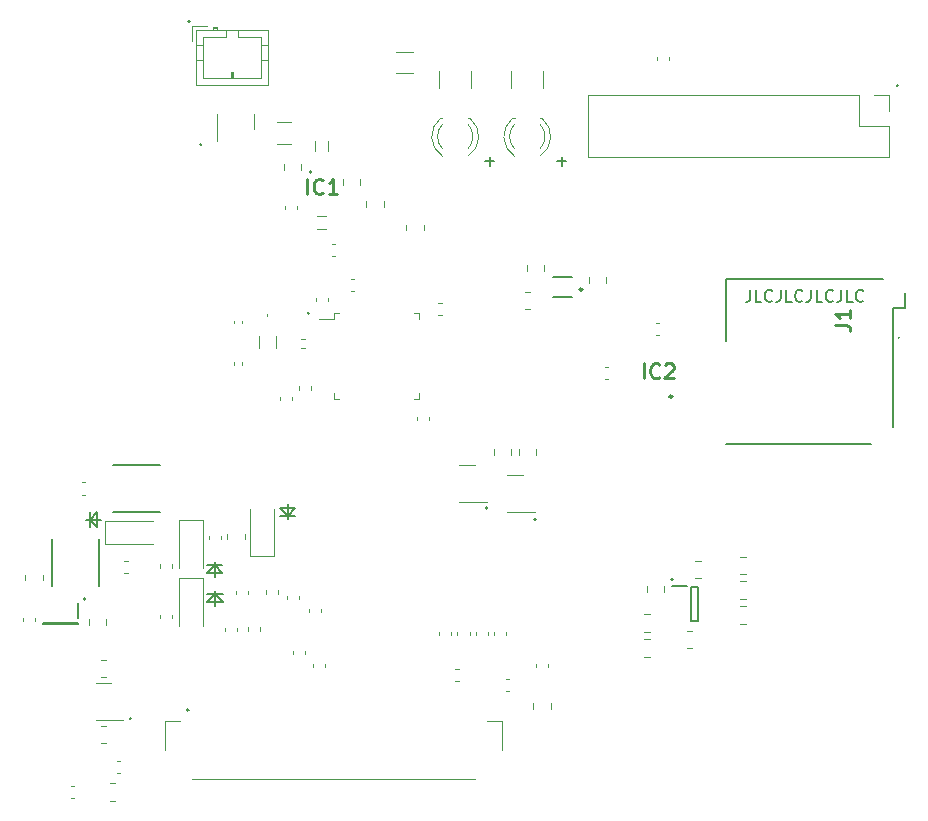
<source format=gbr>
%TF.GenerationSoftware,KiCad,Pcbnew,(7.0.0)*%
%TF.CreationDate,2023-05-21T02:13:25-07:00*%
%TF.ProjectId,epaper_photo_frame,65706170-6572-45f7-9068-6f746f5f6672,rev?*%
%TF.SameCoordinates,Original*%
%TF.FileFunction,Legend,Top*%
%TF.FilePolarity,Positive*%
%FSLAX46Y46*%
G04 Gerber Fmt 4.6, Leading zero omitted, Abs format (unit mm)*
G04 Created by KiCad (PCBNEW (7.0.0)) date 2023-05-21 02:13:25*
%MOMM*%
%LPD*%
G01*
G04 APERTURE LIST*
%ADD10C,0.150000*%
%ADD11C,0.200000*%
%ADD12C,0.254000*%
%ADD13C,0.120000*%
%ADD14C,0.250000*%
%ADD15C,0.100000*%
G04 APERTURE END LIST*
D10*
X125325000Y-123150000D02*
X126625000Y-123150000D01*
X125925000Y-120400000D02*
X125925000Y-121700000D01*
X125275000Y-121350000D02*
X125925000Y-121350000D01*
X153120711Y-116800000D02*
G75*
G03*
X153120711Y-116800000I-70711J0D01*
G01*
X118850001Y-133700000D02*
G75*
G03*
X118850001Y-133700000I-70711J0D01*
G01*
X132750000Y-115850000D02*
X132100000Y-115850000D01*
X125975000Y-123150000D02*
X125325000Y-123800000D01*
X116000000Y-116175000D02*
X115350000Y-116825000D01*
X115350000Y-116825000D02*
X116000000Y-117475000D01*
X125925000Y-121350000D02*
X126575000Y-121350000D01*
X126575000Y-121350000D02*
X125925000Y-120700000D01*
X124820711Y-85100000D02*
G75*
G03*
X124820711Y-85100000I-70711J0D01*
G01*
X131450000Y-115850000D02*
X132100000Y-116500000D01*
X164720711Y-121900000D02*
G75*
G03*
X164720711Y-121900000I-70711J0D01*
G01*
X116000000Y-117475000D02*
X116000000Y-116825000D01*
X132750000Y-116500000D02*
X131450000Y-116500000D01*
X125275000Y-120700000D02*
X126575000Y-120700000D01*
X183800001Y-80100000D02*
G75*
G03*
X183800001Y-80100000I-70711J0D01*
G01*
X114970711Y-123550000D02*
G75*
G03*
X114970711Y-123550000I-70711J0D01*
G01*
X125925000Y-120700000D02*
X125275000Y-121350000D01*
X132100000Y-116800000D02*
X132100000Y-115500000D01*
X123820711Y-74650000D02*
G75*
G03*
X123820711Y-74650000I-70711J0D01*
G01*
X125975000Y-123800000D02*
X126625000Y-123800000D01*
X115350000Y-117475000D02*
X115350000Y-116175000D01*
X116000000Y-116825000D02*
X116000000Y-116175000D01*
X132100000Y-116500000D02*
X132750000Y-115850000D01*
X149020711Y-115850000D02*
G75*
G03*
X149020711Y-115850000I-70711J0D01*
G01*
X125325000Y-123800000D02*
X125975000Y-123800000D01*
X133920711Y-99350000D02*
G75*
G03*
X133920711Y-99350000I-70711J0D01*
G01*
X125975000Y-122850000D02*
X125975000Y-124150000D01*
X115050000Y-116825000D02*
X116350000Y-116825000D01*
X126625000Y-123800000D02*
X125975000Y-123150000D01*
X132100000Y-115850000D02*
X131450000Y-115850000D01*
X154938095Y-86501428D02*
X155700000Y-86501428D01*
X155319047Y-86882380D02*
X155319047Y-86120476D01*
D11*
X171273809Y-97382380D02*
X171273809Y-98096666D01*
X171273809Y-98096666D02*
X171226190Y-98239523D01*
X171226190Y-98239523D02*
X171130952Y-98334761D01*
X171130952Y-98334761D02*
X170988095Y-98382380D01*
X170988095Y-98382380D02*
X170892857Y-98382380D01*
X172226190Y-98382380D02*
X171750000Y-98382380D01*
X171750000Y-98382380D02*
X171750000Y-97382380D01*
X173130952Y-98287142D02*
X173083333Y-98334761D01*
X173083333Y-98334761D02*
X172940476Y-98382380D01*
X172940476Y-98382380D02*
X172845238Y-98382380D01*
X172845238Y-98382380D02*
X172702381Y-98334761D01*
X172702381Y-98334761D02*
X172607143Y-98239523D01*
X172607143Y-98239523D02*
X172559524Y-98144285D01*
X172559524Y-98144285D02*
X172511905Y-97953809D01*
X172511905Y-97953809D02*
X172511905Y-97810952D01*
X172511905Y-97810952D02*
X172559524Y-97620476D01*
X172559524Y-97620476D02*
X172607143Y-97525238D01*
X172607143Y-97525238D02*
X172702381Y-97430000D01*
X172702381Y-97430000D02*
X172845238Y-97382380D01*
X172845238Y-97382380D02*
X172940476Y-97382380D01*
X172940476Y-97382380D02*
X173083333Y-97430000D01*
X173083333Y-97430000D02*
X173130952Y-97477619D01*
X173845238Y-97382380D02*
X173845238Y-98096666D01*
X173845238Y-98096666D02*
X173797619Y-98239523D01*
X173797619Y-98239523D02*
X173702381Y-98334761D01*
X173702381Y-98334761D02*
X173559524Y-98382380D01*
X173559524Y-98382380D02*
X173464286Y-98382380D01*
X174797619Y-98382380D02*
X174321429Y-98382380D01*
X174321429Y-98382380D02*
X174321429Y-97382380D01*
X175702381Y-98287142D02*
X175654762Y-98334761D01*
X175654762Y-98334761D02*
X175511905Y-98382380D01*
X175511905Y-98382380D02*
X175416667Y-98382380D01*
X175416667Y-98382380D02*
X175273810Y-98334761D01*
X175273810Y-98334761D02*
X175178572Y-98239523D01*
X175178572Y-98239523D02*
X175130953Y-98144285D01*
X175130953Y-98144285D02*
X175083334Y-97953809D01*
X175083334Y-97953809D02*
X175083334Y-97810952D01*
X175083334Y-97810952D02*
X175130953Y-97620476D01*
X175130953Y-97620476D02*
X175178572Y-97525238D01*
X175178572Y-97525238D02*
X175273810Y-97430000D01*
X175273810Y-97430000D02*
X175416667Y-97382380D01*
X175416667Y-97382380D02*
X175511905Y-97382380D01*
X175511905Y-97382380D02*
X175654762Y-97430000D01*
X175654762Y-97430000D02*
X175702381Y-97477619D01*
X176416667Y-97382380D02*
X176416667Y-98096666D01*
X176416667Y-98096666D02*
X176369048Y-98239523D01*
X176369048Y-98239523D02*
X176273810Y-98334761D01*
X176273810Y-98334761D02*
X176130953Y-98382380D01*
X176130953Y-98382380D02*
X176035715Y-98382380D01*
X177369048Y-98382380D02*
X176892858Y-98382380D01*
X176892858Y-98382380D02*
X176892858Y-97382380D01*
X178273810Y-98287142D02*
X178226191Y-98334761D01*
X178226191Y-98334761D02*
X178083334Y-98382380D01*
X178083334Y-98382380D02*
X177988096Y-98382380D01*
X177988096Y-98382380D02*
X177845239Y-98334761D01*
X177845239Y-98334761D02*
X177750001Y-98239523D01*
X177750001Y-98239523D02*
X177702382Y-98144285D01*
X177702382Y-98144285D02*
X177654763Y-97953809D01*
X177654763Y-97953809D02*
X177654763Y-97810952D01*
X177654763Y-97810952D02*
X177702382Y-97620476D01*
X177702382Y-97620476D02*
X177750001Y-97525238D01*
X177750001Y-97525238D02*
X177845239Y-97430000D01*
X177845239Y-97430000D02*
X177988096Y-97382380D01*
X177988096Y-97382380D02*
X178083334Y-97382380D01*
X178083334Y-97382380D02*
X178226191Y-97430000D01*
X178226191Y-97430000D02*
X178273810Y-97477619D01*
X178988096Y-97382380D02*
X178988096Y-98096666D01*
X178988096Y-98096666D02*
X178940477Y-98239523D01*
X178940477Y-98239523D02*
X178845239Y-98334761D01*
X178845239Y-98334761D02*
X178702382Y-98382380D01*
X178702382Y-98382380D02*
X178607144Y-98382380D01*
X179940477Y-98382380D02*
X179464287Y-98382380D01*
X179464287Y-98382380D02*
X179464287Y-97382380D01*
X180845239Y-98287142D02*
X180797620Y-98334761D01*
X180797620Y-98334761D02*
X180654763Y-98382380D01*
X180654763Y-98382380D02*
X180559525Y-98382380D01*
X180559525Y-98382380D02*
X180416668Y-98334761D01*
X180416668Y-98334761D02*
X180321430Y-98239523D01*
X180321430Y-98239523D02*
X180273811Y-98144285D01*
X180273811Y-98144285D02*
X180226192Y-97953809D01*
X180226192Y-97953809D02*
X180226192Y-97810952D01*
X180226192Y-97810952D02*
X180273811Y-97620476D01*
X180273811Y-97620476D02*
X180321430Y-97525238D01*
X180321430Y-97525238D02*
X180416668Y-97430000D01*
X180416668Y-97430000D02*
X180559525Y-97382380D01*
X180559525Y-97382380D02*
X180654763Y-97382380D01*
X180654763Y-97382380D02*
X180797620Y-97430000D01*
X180797620Y-97430000D02*
X180845239Y-97477619D01*
D10*
X148838095Y-86501428D02*
X149600000Y-86501428D01*
X149219047Y-86882380D02*
X149219047Y-86120476D01*
D12*
%TO.C,IC2*%
X162260237Y-104866573D02*
X162260237Y-103596573D01*
X163590714Y-104745621D02*
X163530238Y-104806097D01*
X163530238Y-104806097D02*
X163348809Y-104866573D01*
X163348809Y-104866573D02*
X163227857Y-104866573D01*
X163227857Y-104866573D02*
X163046428Y-104806097D01*
X163046428Y-104806097D02*
X162925476Y-104685145D01*
X162925476Y-104685145D02*
X162864999Y-104564192D01*
X162864999Y-104564192D02*
X162804523Y-104322288D01*
X162804523Y-104322288D02*
X162804523Y-104140859D01*
X162804523Y-104140859D02*
X162864999Y-103898954D01*
X162864999Y-103898954D02*
X162925476Y-103778002D01*
X162925476Y-103778002D02*
X163046428Y-103657050D01*
X163046428Y-103657050D02*
X163227857Y-103596573D01*
X163227857Y-103596573D02*
X163348809Y-103596573D01*
X163348809Y-103596573D02*
X163530238Y-103657050D01*
X163530238Y-103657050D02*
X163590714Y-103717526D01*
X164074523Y-103717526D02*
X164134999Y-103657050D01*
X164134999Y-103657050D02*
X164255952Y-103596573D01*
X164255952Y-103596573D02*
X164558333Y-103596573D01*
X164558333Y-103596573D02*
X164679285Y-103657050D01*
X164679285Y-103657050D02*
X164739761Y-103717526D01*
X164739761Y-103717526D02*
X164800238Y-103838478D01*
X164800238Y-103838478D02*
X164800238Y-103959430D01*
X164800238Y-103959430D02*
X164739761Y-104140859D01*
X164739761Y-104140859D02*
X164014047Y-104866573D01*
X164014047Y-104866573D02*
X164800238Y-104866573D01*
%TO.C,J1*%
X178490573Y-100345332D02*
X179397716Y-100345332D01*
X179397716Y-100345332D02*
X179579145Y-100405809D01*
X179579145Y-100405809D02*
X179700097Y-100526761D01*
X179700097Y-100526761D02*
X179760573Y-100708190D01*
X179760573Y-100708190D02*
X179760573Y-100829142D01*
X179760573Y-99075332D02*
X179760573Y-99801047D01*
X179760573Y-99438190D02*
X178490573Y-99438190D01*
X178490573Y-99438190D02*
X178672002Y-99559142D01*
X178672002Y-99559142D02*
X178792954Y-99680094D01*
X178792954Y-99680094D02*
X178853430Y-99801047D01*
%TO.C,IC1*%
X133760237Y-89266573D02*
X133760237Y-87996573D01*
X135090714Y-89145621D02*
X135030238Y-89206097D01*
X135030238Y-89206097D02*
X134848809Y-89266573D01*
X134848809Y-89266573D02*
X134727857Y-89266573D01*
X134727857Y-89266573D02*
X134546428Y-89206097D01*
X134546428Y-89206097D02*
X134425476Y-89085145D01*
X134425476Y-89085145D02*
X134364999Y-88964192D01*
X134364999Y-88964192D02*
X134304523Y-88722288D01*
X134304523Y-88722288D02*
X134304523Y-88540859D01*
X134304523Y-88540859D02*
X134364999Y-88298954D01*
X134364999Y-88298954D02*
X134425476Y-88178002D01*
X134425476Y-88178002D02*
X134546428Y-88057050D01*
X134546428Y-88057050D02*
X134727857Y-87996573D01*
X134727857Y-87996573D02*
X134848809Y-87996573D01*
X134848809Y-87996573D02*
X135030238Y-88057050D01*
X135030238Y-88057050D02*
X135090714Y-88117526D01*
X136300238Y-89266573D02*
X135574523Y-89266573D01*
X135937380Y-89266573D02*
X135937380Y-87996573D01*
X135937380Y-87996573D02*
X135816428Y-88178002D01*
X135816428Y-88178002D02*
X135695476Y-88298954D01*
X135695476Y-88298954D02*
X135574523Y-88359430D01*
D13*
%TO.C,R12*%
X142714564Y-79060000D02*
X141260436Y-79060000D01*
X142714564Y-77240000D02*
X141260436Y-77240000D01*
D11*
%TO.C,L1*%
X117300000Y-116200000D02*
X121300000Y-116200000D01*
X121300000Y-112200000D02*
X117300000Y-112200000D01*
D13*
%TO.C,Q1*%
X116500000Y-133810000D02*
X118175000Y-133810000D01*
X116500000Y-133810000D02*
X115850000Y-133810000D01*
X116500000Y-130690000D02*
X117150000Y-130690000D01*
X116500000Y-130690000D02*
X115850000Y-130690000D01*
%TO.C,D6*%
X147536000Y-82835000D02*
X147380000Y-82835000D01*
X145220000Y-82835000D02*
X145064000Y-82835000D01*
X147378608Y-86067334D02*
G75*
G03*
X147535515Y-82835001I-1078608J1672334D01*
G01*
X147379836Y-85436129D02*
G75*
G03*
X147379999Y-83354040I-1079836J1041129D01*
G01*
X145220001Y-83354040D02*
G75*
G03*
X145220164Y-85436129I1079999J-1040960D01*
G01*
X145064485Y-82835001D02*
G75*
G03*
X145221392Y-86067334I1235515J-1559999D01*
G01*
%TO.C,C23*%
X144890000Y-126590580D02*
X144890000Y-126309420D01*
X145910000Y-126590580D02*
X145910000Y-126309420D01*
%TO.C,C37*%
X163390000Y-77940580D02*
X163390000Y-77659420D01*
X164410000Y-77940580D02*
X164410000Y-77659420D01*
%TO.C,C4*%
X146490000Y-126590580D02*
X146490000Y-126309420D01*
X147510000Y-126590580D02*
X147510000Y-126309420D01*
%TO.C,C35*%
X163259420Y-100190000D02*
X163540580Y-100190000D01*
X163259420Y-101210000D02*
X163540580Y-101210000D01*
%TO.C,D4*%
X116665000Y-116912500D02*
X116665000Y-118912500D01*
X116665000Y-116912500D02*
X120675000Y-116912500D01*
X116665000Y-118912500D02*
X120675000Y-118912500D01*
%TO.C,C17*%
X170911252Y-125635000D02*
X170388748Y-125635000D01*
X170911252Y-124165000D02*
X170388748Y-124165000D01*
%TO.C,J2*%
X183055000Y-80895000D02*
X183055000Y-82225000D01*
X181725000Y-80895000D02*
X183055000Y-80895000D01*
X180455000Y-80895000D02*
X157535000Y-80895000D01*
X180455000Y-80895000D02*
X180455000Y-83495000D01*
X157535000Y-80895000D02*
X157535000Y-86095000D01*
X183055000Y-83495000D02*
X183055000Y-86095000D01*
X180455000Y-83495000D02*
X183055000Y-83495000D01*
X183055000Y-86095000D02*
X157535000Y-86095000D01*
%TO.C,C9*%
X132090000Y-123590580D02*
X132090000Y-123309420D01*
X133110000Y-123590580D02*
X133110000Y-123309420D01*
%TO.C,C18*%
X134240000Y-129340580D02*
X134240000Y-129059420D01*
X135260000Y-129340580D02*
X135260000Y-129059420D01*
%TO.C,U3*%
X136015000Y-99365000D02*
X136015000Y-99815000D01*
X136015000Y-99815000D02*
X134725000Y-99815000D01*
X136015000Y-106585000D02*
X136015000Y-106135000D01*
X136465000Y-99365000D02*
X136015000Y-99365000D01*
X136465000Y-106585000D02*
X136015000Y-106585000D01*
X142785000Y-99365000D02*
X143235000Y-99365000D01*
X142785000Y-106585000D02*
X143235000Y-106585000D01*
X143235000Y-99365000D02*
X143235000Y-99815000D01*
X143235000Y-106585000D02*
X143235000Y-106135000D01*
D14*
%TO.C,IC2*%
X164675000Y-106400000D02*
G75*
G03*
X164675000Y-106400000I-125000J0D01*
G01*
D13*
%TO.C,R10*%
X144945000Y-80323737D02*
X144945000Y-78876263D01*
X147655000Y-80323737D02*
X147655000Y-78876263D01*
%TO.C,C40*%
X137459420Y-96440000D02*
X137740580Y-96440000D01*
X137459420Y-97460000D02*
X137740580Y-97460000D01*
%TO.C,C24*%
X148040000Y-126590580D02*
X148040000Y-126309420D01*
X149060000Y-126590580D02*
X149060000Y-126309420D01*
%TO.C,R35*%
X170877064Y-123535000D02*
X170422936Y-123535000D01*
X170877064Y-122065000D02*
X170422936Y-122065000D01*
%TO.C,C6*%
X127765000Y-123165580D02*
X127765000Y-122884420D01*
X128785000Y-123165580D02*
X128785000Y-122884420D01*
%TO.C,C41*%
X144110000Y-108159420D02*
X144110000Y-108440580D01*
X143090000Y-108159420D02*
X143090000Y-108440580D01*
D11*
%TO.C,J1*%
X169200000Y-110425000D02*
X181528000Y-110425000D01*
X183400000Y-98925000D02*
X183400000Y-108951000D01*
X183400000Y-98925000D02*
X184400000Y-98925000D01*
X184400000Y-98925000D02*
X184400000Y-97675000D01*
X169200000Y-96425000D02*
X169200000Y-101698000D01*
X169200000Y-96425000D02*
X182542000Y-96425000D01*
X183878000Y-101419000D02*
G75*
G03*
X183878000Y-101419000I-34000J0D01*
G01*
D13*
%TO.C,C20*%
X114990580Y-114710000D02*
X114709420Y-114710000D01*
X114990580Y-113690000D02*
X114709420Y-113690000D01*
%TO.C,C5*%
X126790000Y-126290580D02*
X126790000Y-126009420D01*
X127810000Y-126290580D02*
X127810000Y-126009420D01*
%TO.C,C10*%
X133890000Y-124690580D02*
X133890000Y-124409420D01*
X134910000Y-124690580D02*
X134910000Y-124409420D01*
%TO.C,C14*%
X162515000Y-122961252D02*
X162515000Y-122438748D01*
X163985000Y-122961252D02*
X163985000Y-122438748D01*
%TO.C,D5*%
X153636000Y-82835000D02*
X153480000Y-82835000D01*
X151320000Y-82835000D02*
X151164000Y-82835000D01*
X153478608Y-86067334D02*
G75*
G03*
X153635515Y-82835001I-1078608J1672334D01*
G01*
X153479836Y-85436129D02*
G75*
G03*
X153479999Y-83354040I-1079836J1041129D01*
G01*
X151320001Y-83354040D02*
G75*
G03*
X151320164Y-85436129I1079999J-1040960D01*
G01*
X151164485Y-82835001D02*
G75*
G03*
X151321392Y-86067334I1235515J-1559999D01*
G01*
%TO.C,C44*%
X134110000Y-105559420D02*
X134110000Y-105840580D01*
X133090000Y-105559420D02*
X133090000Y-105840580D01*
D15*
%TO.C,J4*%
X121750000Y-133900000D02*
X123000000Y-133900000D01*
X121750000Y-136350000D02*
X121750000Y-133900000D01*
D11*
X123550000Y-132950000D02*
X123550000Y-132950000D01*
X123750000Y-132950000D02*
X123750000Y-132950000D01*
D15*
X124000000Y-138800000D02*
X148000000Y-138800000D01*
X149000000Y-133900000D02*
X150250000Y-133900000D01*
X150250000Y-133900000D02*
X150250000Y-136350000D01*
D11*
X123750000Y-132950000D02*
G75*
G03*
X123550000Y-132950000I-100000J0D01*
G01*
X123550000Y-132950000D02*
G75*
G03*
X123750000Y-132950000I100000J0D01*
G01*
D13*
%TO.C,C22*%
X136765000Y-88511252D02*
X136765000Y-87988748D01*
X138235000Y-88511252D02*
X138235000Y-87988748D01*
%TO.C,C32*%
X128260000Y-103492164D02*
X128260000Y-103707836D01*
X127540000Y-103492164D02*
X127540000Y-103707836D01*
%TO.C,R34*%
X170422936Y-119965000D02*
X170877064Y-119965000D01*
X170422936Y-121435000D02*
X170877064Y-121435000D01*
%TO.C,C28*%
X118565580Y-121322500D02*
X118284420Y-121322500D01*
X118565580Y-120302500D02*
X118284420Y-120302500D01*
%TO.C,C31*%
X127540000Y-100207836D02*
X127540000Y-99992164D01*
X128260000Y-100207836D02*
X128260000Y-99992164D01*
%TO.C,Q32*%
X151362500Y-116210000D02*
X153037500Y-116210000D01*
X151362500Y-116210000D02*
X150712500Y-116210000D01*
X151362500Y-113090000D02*
X152012500Y-113090000D01*
X151362500Y-113090000D02*
X150712500Y-113090000D01*
D11*
%TO.C,L2*%
X116125000Y-122462500D02*
X116125000Y-118462500D01*
X112125000Y-118462500D02*
X112125000Y-122462500D01*
D13*
%TO.C,C27*%
X153140000Y-129340580D02*
X153140000Y-129059420D01*
X154160000Y-129340580D02*
X154160000Y-129059420D01*
%TO.C,R36*%
X165922936Y-126265000D02*
X166377064Y-126265000D01*
X165922936Y-127735000D02*
X166377064Y-127735000D01*
%TO.C,R3*%
X127015000Y-118477064D02*
X127015000Y-118022936D01*
X128485000Y-118477064D02*
X128485000Y-118022936D01*
%TO.C,D1*%
X128950000Y-119910000D02*
X130950000Y-119910000D01*
X128950000Y-119910000D02*
X128950000Y-115900000D01*
X130950000Y-119910000D02*
X130950000Y-115900000D01*
%TO.C,R5*%
X109890000Y-121939564D02*
X109890000Y-121485436D01*
X111360000Y-121939564D02*
X111360000Y-121485436D01*
%TO.C,R27*%
X162777064Y-126335000D02*
X162322936Y-126335000D01*
X162777064Y-124865000D02*
X162322936Y-124865000D01*
%TO.C,RB1*%
X152915000Y-132827064D02*
X152915000Y-132372936D01*
X154385000Y-132827064D02*
X154385000Y-132372936D01*
%TO.C,C30*%
X131890000Y-90540580D02*
X131890000Y-90259420D01*
X132910000Y-90540580D02*
X132910000Y-90259420D01*
%TO.C,C8*%
X130290000Y-123115580D02*
X130290000Y-122834420D01*
X131310000Y-123115580D02*
X131310000Y-122834420D01*
%TO.C,C11*%
X132590000Y-128240580D02*
X132590000Y-127959420D01*
X133610000Y-128240580D02*
X133610000Y-127959420D01*
%TO.C,C29*%
X149590000Y-126590580D02*
X149590000Y-126309420D01*
X150610000Y-126590580D02*
X150610000Y-126309420D01*
%TO.C,R11*%
X142165000Y-92314564D02*
X142165000Y-91860436D01*
X143635000Y-92314564D02*
X143635000Y-91860436D01*
%TO.C,D2*%
X124950000Y-121790000D02*
X122950000Y-121790000D01*
X124950000Y-121790000D02*
X124950000Y-125800000D01*
X122950000Y-121790000D02*
X122950000Y-125800000D01*
%TO.C,C34*%
X157615000Y-96836252D02*
X157615000Y-96313748D01*
X159085000Y-96836252D02*
X159085000Y-96313748D01*
%TO.C,C12*%
X125440000Y-118490580D02*
X125440000Y-118209420D01*
X126460000Y-118490580D02*
X126460000Y-118209420D01*
%TO.C,RA1*%
X117527064Y-140635000D02*
X117072936Y-140635000D01*
X117527064Y-139165000D02*
X117072936Y-139165000D01*
%TO.C,R7*%
X133553641Y-102280000D02*
X133246359Y-102280000D01*
X133553641Y-101520000D02*
X133246359Y-101520000D01*
%TO.C,Q31*%
X147300000Y-115310000D02*
X148975000Y-115310000D01*
X147300000Y-115310000D02*
X146650000Y-115310000D01*
X147300000Y-112190000D02*
X147950000Y-112190000D01*
X147300000Y-112190000D02*
X146650000Y-112190000D01*
%TO.C,C7*%
X128790000Y-126240580D02*
X128790000Y-125959420D01*
X129810000Y-126240580D02*
X129810000Y-125959420D01*
%TO.C,R1*%
X116727064Y-135785000D02*
X116272936Y-135785000D01*
X116727064Y-134315000D02*
X116272936Y-134315000D01*
%TO.C,R4*%
X115265000Y-125727064D02*
X115265000Y-125272936D01*
X116735000Y-125727064D02*
X116735000Y-125272936D01*
%TO.C,R33*%
X151035000Y-110872936D02*
X151035000Y-111327064D01*
X149565000Y-110872936D02*
X149565000Y-111327064D01*
D11*
%TO.C,Q2*%
X114400000Y-123900000D02*
X114400000Y-125200000D01*
X114360000Y-125550000D02*
X114360000Y-125650000D01*
X111440000Y-125550000D02*
X114360000Y-125550000D01*
X114360000Y-125650000D02*
X111440000Y-125650000D01*
X111440000Y-125650000D02*
X111440000Y-125550000D01*
D13*
%TO.C,C25*%
X146590580Y-130460000D02*
X146309420Y-130460000D01*
X146590580Y-129440000D02*
X146309420Y-129440000D01*
%TO.C,C39*%
X144859420Y-98490000D02*
X145140580Y-98490000D01*
X144859420Y-99510000D02*
X145140580Y-99510000D01*
%TO.C,C16*%
X166588748Y-120315000D02*
X167111252Y-120315000D01*
X166588748Y-121785000D02*
X167111252Y-121785000D01*
%TO.C,C42*%
X134490000Y-98315580D02*
X134490000Y-98034420D01*
X135510000Y-98315580D02*
X135510000Y-98034420D01*
%TO.C,R6*%
X140235000Y-89872936D02*
X140235000Y-90327064D01*
X138765000Y-89872936D02*
X138765000Y-90327064D01*
%TO.C,C21*%
X121340000Y-125190580D02*
X121340000Y-124909420D01*
X122360000Y-125190580D02*
X122360000Y-124909420D01*
%TO.C,C1*%
X117940580Y-138310000D02*
X117659420Y-138310000D01*
X117940580Y-137290000D02*
X117659420Y-137290000D01*
D11*
%TO.C,IC1*%
X134150000Y-87400000D02*
G75*
G03*
X134150000Y-87400000I-100000J0D01*
G01*
D13*
%TO.C,L3*%
X134600378Y-91140000D02*
X135399622Y-91140000D01*
X134600378Y-92260000D02*
X135399622Y-92260000D01*
%TO.C,D3*%
X124950000Y-116890000D02*
X122950000Y-116890000D01*
X124950000Y-116890000D02*
X124950000Y-120900000D01*
X122950000Y-116890000D02*
X122950000Y-120900000D01*
%TO.C,C26*%
X150840580Y-131310000D02*
X150559420Y-131310000D01*
X150840580Y-130290000D02*
X150559420Y-130290000D01*
D10*
%TO.C,U1*%
X154575000Y-97950000D02*
X156225000Y-97950000D01*
X154575000Y-96250000D02*
X156225000Y-96250000D01*
D14*
X157075000Y-97350000D02*
G75*
G03*
X157075000Y-97350000I-125000J0D01*
G01*
D13*
%TO.C,C38*%
X135834420Y-93490000D02*
X136115580Y-93490000D01*
X135834420Y-94510000D02*
X136115580Y-94510000D01*
%TO.C,R37*%
X162322936Y-126965000D02*
X162777064Y-126965000D01*
X162322936Y-128435000D02*
X162777064Y-128435000D01*
%TO.C,C36*%
X159253080Y-104897500D02*
X158971920Y-104897500D01*
X159253080Y-103877500D02*
X158971920Y-103877500D01*
%TO.C,R8*%
X152627064Y-99035000D02*
X152172936Y-99035000D01*
X152627064Y-97565000D02*
X152172936Y-97565000D01*
%TO.C,R9*%
X151045000Y-80323737D02*
X151045000Y-78876263D01*
X153755000Y-80323737D02*
X153755000Y-78876263D01*
%TO.C,C13*%
X131765000Y-87261252D02*
X131765000Y-86738748D01*
X133235000Y-87261252D02*
X133235000Y-86738748D01*
%TO.C,C19*%
X110710000Y-125159420D02*
X110710000Y-125440580D01*
X109690000Y-125159420D02*
X109690000Y-125440580D01*
%TO.C,C2*%
X114040580Y-140410000D02*
X113759420Y-140410000D01*
X114040580Y-139390000D02*
X113759420Y-139390000D01*
%TO.C,FB1*%
X135560000Y-84800378D02*
X135560000Y-85599622D01*
X134440000Y-84800378D02*
X134440000Y-85599622D01*
D15*
%TO.C,Y1*%
X130400000Y-99500000D02*
X130400000Y-99500000D01*
X130400000Y-99600000D02*
X130400000Y-99600000D01*
X131150000Y-101300000D02*
X131150000Y-102300000D01*
X129650000Y-101300000D02*
X129650000Y-102300000D01*
X130400000Y-99600000D02*
G75*
G03*
X130400000Y-99500000I0J50000D01*
G01*
X130400000Y-99500000D02*
G75*
G03*
X130400000Y-99600000I0J-50000D01*
G01*
D13*
%TO.C,C43*%
X132510000Y-106459420D02*
X132510000Y-106740580D01*
X131490000Y-106459420D02*
X131490000Y-106740580D01*
%TO.C,C15*%
X153135000Y-110838748D02*
X153135000Y-111361252D01*
X151665000Y-110838748D02*
X151665000Y-111361252D01*
%TO.C,C33*%
X152365000Y-95761252D02*
X152365000Y-95238748D01*
X153835000Y-95761252D02*
X153835000Y-95238748D01*
D11*
%TO.C,U2*%
X164675000Y-122486000D02*
X165925000Y-122486000D01*
X166275000Y-122552000D02*
X166825000Y-122552000D01*
X166275000Y-125448000D02*
X166275000Y-122552000D01*
X166825000Y-122552000D02*
X166825000Y-125448000D01*
X166825000Y-125448000D02*
X166275000Y-125448000D01*
D13*
%TO.C,J3*%
X124040000Y-75040000D02*
X124040000Y-76290000D01*
X124340000Y-75340000D02*
X124340000Y-80060000D01*
X124340000Y-76650000D02*
X124950000Y-76650000D01*
X124340000Y-77950000D02*
X124950000Y-77950000D01*
X124340000Y-80060000D02*
X130460000Y-80060000D01*
X124950000Y-75950000D02*
X124950000Y-79450000D01*
X124950000Y-79450000D02*
X129850000Y-79450000D01*
X125290000Y-75040000D02*
X124040000Y-75040000D01*
X125800000Y-75140000D02*
X125800000Y-75340000D01*
X126100000Y-75140000D02*
X125800000Y-75140000D01*
X126100000Y-75240000D02*
X125800000Y-75240000D01*
X126100000Y-75340000D02*
X126100000Y-75140000D01*
X126900000Y-75340000D02*
X126900000Y-75950000D01*
X126900000Y-75950000D02*
X124950000Y-75950000D01*
X127300000Y-78950000D02*
X127500000Y-78950000D01*
X127300000Y-79450000D02*
X127300000Y-78950000D01*
X127400000Y-79450000D02*
X127400000Y-78950000D01*
X127500000Y-78950000D02*
X127500000Y-79450000D01*
X127900000Y-75950000D02*
X127900000Y-75340000D01*
X129850000Y-75950000D02*
X127900000Y-75950000D01*
X129850000Y-79450000D02*
X129850000Y-75950000D01*
X130460000Y-75340000D02*
X124340000Y-75340000D01*
X130460000Y-76650000D02*
X129850000Y-76650000D01*
X130460000Y-77950000D02*
X129850000Y-77950000D01*
X130460000Y-80060000D02*
X130460000Y-75340000D01*
%TO.C,Q3*%
X126140000Y-83100000D02*
X126140000Y-84775000D01*
X126140000Y-83100000D02*
X126140000Y-82450000D01*
X129260000Y-83100000D02*
X129260000Y-83750000D01*
X129260000Y-83100000D02*
X129260000Y-82450000D01*
%TO.C,C3*%
X122360000Y-120609420D02*
X122360000Y-120890580D01*
X121340000Y-120609420D02*
X121340000Y-120890580D01*
%TO.C,R2*%
X116727064Y-130185000D02*
X116272936Y-130185000D01*
X116727064Y-128715000D02*
X116272936Y-128715000D01*
%TO.C,F1*%
X131197936Y-83190000D02*
X132402064Y-83190000D01*
X131197936Y-85010000D02*
X132402064Y-85010000D01*
%TD*%
M02*

</source>
